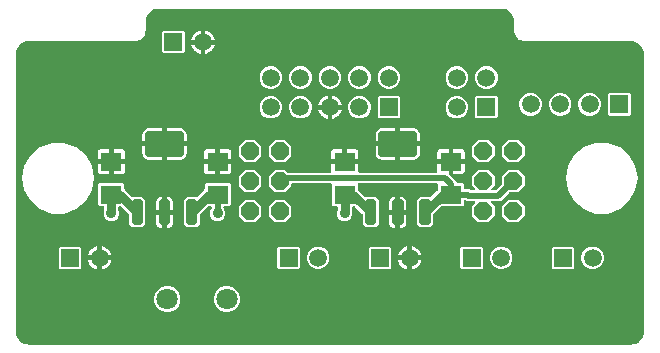
<source format=gbr>
G04 EAGLE Gerber RS-274X export*
G75*
%MOMM*%
%FSLAX34Y34*%
%LPD*%
%INTop Copper*%
%IPPOS*%
%AMOC8*
5,1,8,0,0,1.08239X$1,22.5*%
G01*
%ADD10R,1.508000X1.508000*%
%ADD11C,1.508000*%
%ADD12C,0.484500*%
%ADD13C,0.645000*%
%ADD14R,1.800000X1.600000*%
%ADD15P,1.649562X8X292.500000*%
%ADD16C,1.800000*%
%ADD17C,0.800000*%
%ADD18C,0.906400*%
%ADD19C,0.500000*%

G36*
X255046Y4007D02*
X255046Y4007D01*
X255087Y4005D01*
X256824Y4157D01*
X256918Y4178D01*
X256995Y4187D01*
X258679Y4638D01*
X258768Y4676D01*
X258843Y4697D01*
X260422Y5434D01*
X260503Y5487D01*
X260573Y5521D01*
X262001Y6521D01*
X262072Y6587D01*
X262134Y6633D01*
X263367Y7866D01*
X263425Y7943D01*
X263479Y7999D01*
X264479Y9427D01*
X264518Y9505D01*
X264563Y9572D01*
X264563Y9573D01*
X264566Y9578D01*
X265029Y10571D01*
X265029Y10572D01*
X265303Y11158D01*
X265331Y11250D01*
X265362Y11321D01*
X265813Y13005D01*
X265825Y13101D01*
X265844Y13176D01*
X265995Y14913D01*
X265993Y14959D01*
X265999Y15000D01*
X265999Y250000D01*
X265993Y250046D01*
X265995Y250087D01*
X265844Y251824D01*
X265822Y251918D01*
X265813Y251995D01*
X265362Y253679D01*
X265324Y253768D01*
X265303Y253843D01*
X264566Y255422D01*
X264513Y255503D01*
X264479Y255573D01*
X263479Y257001D01*
X263413Y257072D01*
X263367Y257134D01*
X262134Y258367D01*
X262057Y258425D01*
X262001Y258479D01*
X260573Y259479D01*
X260487Y259523D01*
X260422Y259566D01*
X258843Y260303D01*
X258750Y260331D01*
X258679Y260362D01*
X256995Y260813D01*
X256899Y260825D01*
X256824Y260844D01*
X255087Y260995D01*
X255041Y260993D01*
X255000Y260999D01*
X165044Y260999D01*
X163438Y261140D01*
X161923Y261546D01*
X160502Y262208D01*
X159217Y263108D01*
X158108Y264217D01*
X157208Y265502D01*
X156546Y266923D01*
X156140Y268438D01*
X155999Y270044D01*
X155999Y277500D01*
X155993Y277546D01*
X155995Y277587D01*
X155844Y279324D01*
X155822Y279418D01*
X155813Y279495D01*
X155362Y281179D01*
X155324Y281268D01*
X155303Y281343D01*
X154566Y282922D01*
X154513Y283003D01*
X154479Y283073D01*
X153479Y284501D01*
X153413Y284572D01*
X153367Y284634D01*
X152134Y285867D01*
X152057Y285925D01*
X152001Y285979D01*
X150573Y286979D01*
X150487Y287023D01*
X150422Y287066D01*
X148843Y287803D01*
X148750Y287831D01*
X148679Y287862D01*
X146995Y288313D01*
X146899Y288325D01*
X146824Y288344D01*
X145087Y288495D01*
X145041Y288493D01*
X145000Y288499D01*
X-145000Y288499D01*
X-145046Y288493D01*
X-145087Y288495D01*
X-146824Y288344D01*
X-146918Y288322D01*
X-146995Y288313D01*
X-148679Y287862D01*
X-148768Y287824D01*
X-148843Y287803D01*
X-150422Y287066D01*
X-150503Y287013D01*
X-150573Y286979D01*
X-152001Y285979D01*
X-152072Y285913D01*
X-152134Y285867D01*
X-153367Y284634D01*
X-153425Y284557D01*
X-153479Y284501D01*
X-154479Y283073D01*
X-154523Y282987D01*
X-154566Y282922D01*
X-154895Y282216D01*
X-155303Y281343D01*
X-155331Y281250D01*
X-155362Y281179D01*
X-155813Y279495D01*
X-155825Y279399D01*
X-155844Y279324D01*
X-155995Y277587D01*
X-155993Y277541D01*
X-155999Y277500D01*
X-155999Y270044D01*
X-156140Y268438D01*
X-156546Y266923D01*
X-156870Y266228D01*
X-157208Y265502D01*
X-158108Y264217D01*
X-159217Y263108D01*
X-160502Y262208D01*
X-161923Y261546D01*
X-163438Y261140D01*
X-165044Y260999D01*
X-255000Y260999D01*
X-255046Y260993D01*
X-255087Y260995D01*
X-256824Y260844D01*
X-256918Y260822D01*
X-256995Y260813D01*
X-258679Y260362D01*
X-258768Y260324D01*
X-258843Y260303D01*
X-260422Y259566D01*
X-260503Y259513D01*
X-260573Y259479D01*
X-262001Y258479D01*
X-262072Y258413D01*
X-262134Y258367D01*
X-263367Y257134D01*
X-263425Y257057D01*
X-263479Y257001D01*
X-264479Y255573D01*
X-264523Y255487D01*
X-264566Y255422D01*
X-264653Y255237D01*
X-264653Y255236D01*
X-265118Y254237D01*
X-265119Y254237D01*
X-265303Y253843D01*
X-265331Y253750D01*
X-265362Y253679D01*
X-265813Y251995D01*
X-265825Y251899D01*
X-265844Y251824D01*
X-265995Y250087D01*
X-265993Y250041D01*
X-265999Y250000D01*
X-265999Y15000D01*
X-265993Y14954D01*
X-265995Y14913D01*
X-265844Y13176D01*
X-265822Y13082D01*
X-265813Y13005D01*
X-265362Y11321D01*
X-265324Y11232D01*
X-265303Y11158D01*
X-264566Y9578D01*
X-264513Y9497D01*
X-264479Y9427D01*
X-263479Y7999D01*
X-263413Y7928D01*
X-263367Y7866D01*
X-262134Y6633D01*
X-262057Y6575D01*
X-262001Y6521D01*
X-260573Y5521D01*
X-260487Y5477D01*
X-260422Y5434D01*
X-258843Y4697D01*
X-258750Y4669D01*
X-258679Y4638D01*
X-256995Y4187D01*
X-256899Y4175D01*
X-256824Y4157D01*
X-255087Y4005D01*
X-255041Y4007D01*
X-255000Y4001D01*
X255000Y4001D01*
X255046Y4007D01*
G37*
%LPC*%
G36*
X30340Y103249D02*
X30340Y103249D01*
X27749Y105840D01*
X27749Y113851D01*
X27736Y113945D01*
X27731Y114042D01*
X27716Y114085D01*
X27709Y114130D01*
X27670Y114217D01*
X27638Y114308D01*
X27613Y114343D01*
X27593Y114387D01*
X27510Y114484D01*
X27457Y114557D01*
X21307Y120707D01*
X21230Y120764D01*
X21159Y120829D01*
X21118Y120849D01*
X21082Y120876D01*
X20992Y120910D01*
X20905Y120952D01*
X20863Y120958D01*
X20818Y120975D01*
X20690Y120985D01*
X20601Y120999D01*
X19500Y120999D01*
X19436Y120990D01*
X19372Y120991D01*
X19297Y120970D01*
X19221Y120959D01*
X19162Y120933D01*
X19100Y120916D01*
X19034Y120875D01*
X18964Y120843D01*
X18915Y120801D01*
X18860Y120768D01*
X18808Y120710D01*
X18750Y120660D01*
X18714Y120606D01*
X18671Y120558D01*
X18638Y120489D01*
X18595Y120424D01*
X18576Y120362D01*
X18548Y120305D01*
X18537Y120235D01*
X18513Y120154D01*
X18512Y120069D01*
X18501Y120000D01*
X18501Y117783D01*
X18507Y117741D01*
X18504Y117700D01*
X18524Y117616D01*
X18541Y117503D01*
X18565Y117450D01*
X18577Y117400D01*
X19033Y116299D01*
X19033Y113701D01*
X18038Y111299D01*
X16201Y109462D01*
X13799Y108467D01*
X11201Y108467D01*
X8799Y109462D01*
X6962Y111299D01*
X5967Y113701D01*
X5967Y116299D01*
X6423Y117400D01*
X6434Y117441D01*
X6452Y117478D01*
X6465Y117563D01*
X6493Y117673D01*
X6491Y117732D01*
X6499Y117783D01*
X6499Y120000D01*
X6490Y120064D01*
X6491Y120128D01*
X6470Y120203D01*
X6459Y120279D01*
X6433Y120338D01*
X6416Y120400D01*
X6375Y120466D01*
X6343Y120536D01*
X6301Y120585D01*
X6268Y120640D01*
X6210Y120692D01*
X6160Y120750D01*
X6106Y120786D01*
X6058Y120829D01*
X5989Y120862D01*
X5924Y120905D01*
X5862Y120924D01*
X5805Y120952D01*
X5735Y120963D01*
X5654Y120987D01*
X5569Y120988D01*
X5500Y120999D01*
X2671Y120999D01*
X1499Y122171D01*
X1499Y139500D01*
X1490Y139564D01*
X1491Y139628D01*
X1470Y139703D01*
X1459Y139779D01*
X1433Y139838D01*
X1416Y139900D01*
X1375Y139966D01*
X1343Y140036D01*
X1301Y140085D01*
X1268Y140140D01*
X1210Y140192D01*
X1160Y140250D01*
X1106Y140286D01*
X1058Y140329D01*
X989Y140362D01*
X924Y140405D01*
X862Y140424D01*
X805Y140452D01*
X735Y140463D01*
X654Y140487D01*
X569Y140488D01*
X500Y140499D01*
X-31680Y140499D01*
X-31744Y140490D01*
X-31808Y140491D01*
X-31883Y140470D01*
X-31959Y140459D01*
X-32018Y140433D01*
X-32080Y140416D01*
X-32146Y140375D01*
X-32216Y140343D01*
X-32265Y140301D01*
X-32320Y140268D01*
X-32372Y140210D01*
X-32430Y140160D01*
X-32466Y140106D01*
X-32509Y140058D01*
X-32542Y139989D01*
X-32585Y139924D01*
X-32604Y139862D01*
X-32632Y139805D01*
X-32643Y139735D01*
X-32667Y139654D01*
X-32668Y139569D01*
X-32679Y139500D01*
X-32679Y138515D01*
X-38315Y132879D01*
X-46285Y132879D01*
X-51921Y138515D01*
X-51921Y146485D01*
X-46285Y152121D01*
X-38315Y152121D01*
X-35988Y149793D01*
X-35911Y149736D01*
X-35839Y149671D01*
X-35798Y149651D01*
X-35762Y149624D01*
X-35672Y149590D01*
X-35586Y149548D01*
X-35544Y149542D01*
X-35498Y149525D01*
X-35371Y149515D01*
X-35281Y149501D01*
X-31Y149501D01*
X23Y149508D01*
X76Y149507D01*
X162Y149528D01*
X248Y149541D01*
X297Y149563D01*
X350Y149576D01*
X425Y149621D01*
X505Y149657D01*
X546Y149692D01*
X593Y149719D01*
X653Y149783D01*
X720Y149840D01*
X749Y149885D01*
X786Y149925D01*
X826Y150003D01*
X874Y150076D01*
X890Y150128D01*
X914Y150176D01*
X931Y150262D01*
X956Y150346D01*
X957Y150400D01*
X967Y150453D01*
X959Y150530D01*
X959Y150532D01*
X959Y150534D01*
X959Y150560D01*
X960Y150628D01*
X959Y150631D01*
X959Y157001D01*
X11500Y157001D01*
X11564Y157010D01*
X11628Y157009D01*
X11702Y157030D01*
X11779Y157041D01*
X11838Y157067D01*
X11900Y157084D01*
X11966Y157125D01*
X12036Y157157D01*
X12085Y157199D01*
X12140Y157232D01*
X12191Y157290D01*
X12250Y157340D01*
X12286Y157394D01*
X12329Y157442D01*
X12362Y157511D01*
X12405Y157576D01*
X12424Y157638D01*
X12452Y157695D01*
X12462Y157765D01*
X12487Y157846D01*
X12488Y157931D01*
X12499Y158000D01*
X12499Y159001D01*
X12501Y159001D01*
X12501Y158000D01*
X12510Y157936D01*
X12509Y157872D01*
X12530Y157797D01*
X12541Y157721D01*
X12567Y157662D01*
X12584Y157600D01*
X12625Y157534D01*
X12657Y157464D01*
X12699Y157415D01*
X12732Y157360D01*
X12790Y157308D01*
X12840Y157250D01*
X12894Y157214D01*
X12942Y157171D01*
X13011Y157138D01*
X13076Y157095D01*
X13138Y157076D01*
X13196Y157048D01*
X13265Y157038D01*
X13346Y157013D01*
X13431Y157012D01*
X13500Y157001D01*
X24041Y157001D01*
X24041Y150553D01*
X24032Y150479D01*
X24041Y150426D01*
X24040Y150372D01*
X24063Y150287D01*
X24077Y150201D01*
X24101Y150152D01*
X24115Y150100D01*
X24161Y150026D01*
X24199Y149946D01*
X24235Y149906D01*
X24263Y149860D01*
X24328Y149801D01*
X24387Y149736D01*
X24432Y149707D01*
X24472Y149671D01*
X24551Y149633D01*
X24626Y149586D01*
X24678Y149572D01*
X24726Y149548D01*
X24803Y149536D01*
X24897Y149510D01*
X24970Y149510D01*
X25031Y149501D01*
X89969Y149501D01*
X90023Y149508D01*
X90076Y149507D01*
X90162Y149528D01*
X90248Y149541D01*
X90297Y149563D01*
X90350Y149576D01*
X90425Y149621D01*
X90505Y149657D01*
X90546Y149692D01*
X90593Y149719D01*
X90653Y149783D01*
X90720Y149840D01*
X90749Y149885D01*
X90786Y149925D01*
X90826Y150003D01*
X90874Y150076D01*
X90890Y150128D01*
X90914Y150176D01*
X90931Y150262D01*
X90956Y150346D01*
X90957Y150400D01*
X90967Y150453D01*
X90959Y150530D01*
X90959Y150532D01*
X90959Y150534D01*
X90959Y150560D01*
X90960Y150628D01*
X90959Y150631D01*
X90959Y157001D01*
X100501Y157001D01*
X100501Y148778D01*
X100514Y148683D01*
X100519Y148587D01*
X100534Y148544D01*
X100541Y148499D01*
X100580Y148411D01*
X100612Y148320D01*
X100637Y148286D01*
X100657Y148242D01*
X100740Y148145D01*
X100793Y148071D01*
X104072Y144793D01*
X107015Y141850D01*
X107030Y141797D01*
X107041Y141721D01*
X107067Y141662D01*
X107084Y141600D01*
X107125Y141534D01*
X107157Y141464D01*
X107199Y141415D01*
X107232Y141360D01*
X107290Y141308D01*
X107340Y141250D01*
X107394Y141214D01*
X107442Y141171D01*
X107511Y141138D01*
X107576Y141095D01*
X107638Y141076D01*
X107695Y141048D01*
X107765Y141037D01*
X107846Y141013D01*
X107931Y141012D01*
X108000Y141001D01*
X112329Y141001D01*
X113501Y139829D01*
X113501Y136500D01*
X113510Y136436D01*
X113509Y136372D01*
X113530Y136297D01*
X113541Y136221D01*
X113567Y136162D01*
X113584Y136100D01*
X113625Y136034D01*
X113657Y135964D01*
X113699Y135915D01*
X113732Y135860D01*
X113790Y135808D01*
X113840Y135750D01*
X113894Y135714D01*
X113942Y135671D01*
X114011Y135638D01*
X114076Y135595D01*
X114138Y135576D01*
X114195Y135548D01*
X114265Y135537D01*
X114346Y135513D01*
X114431Y135512D01*
X114500Y135501D01*
X118364Y135501D01*
X119072Y134793D01*
X119148Y134736D01*
X119220Y134671D01*
X119261Y134651D01*
X119297Y134624D01*
X119387Y134590D01*
X119474Y134548D01*
X119516Y134542D01*
X119561Y134525D01*
X119689Y134515D01*
X119778Y134501D01*
X121781Y134501D01*
X121813Y134505D01*
X121845Y134503D01*
X121952Y134525D01*
X122060Y134541D01*
X122090Y134554D01*
X122121Y134560D01*
X122218Y134612D01*
X122317Y134657D01*
X122342Y134678D01*
X122370Y134693D01*
X122448Y134769D01*
X122532Y134840D01*
X122549Y134867D01*
X122572Y134890D01*
X122626Y134985D01*
X122686Y135076D01*
X122695Y135107D01*
X122711Y135135D01*
X122737Y135241D01*
X122768Y135346D01*
X122769Y135378D01*
X122776Y135409D01*
X122771Y135519D01*
X122772Y135628D01*
X122764Y135659D01*
X122762Y135691D01*
X122726Y135794D01*
X122697Y135900D01*
X122680Y135927D01*
X122669Y135958D01*
X122616Y136031D01*
X122549Y136140D01*
X122513Y136172D01*
X122488Y136207D01*
X120179Y138515D01*
X120179Y146485D01*
X125815Y152121D01*
X133785Y152121D01*
X139421Y146485D01*
X139421Y138515D01*
X137112Y136207D01*
X137093Y136181D01*
X137068Y136160D01*
X137008Y136068D01*
X136943Y135981D01*
X136932Y135951D01*
X136914Y135924D01*
X136882Y135819D01*
X136843Y135717D01*
X136841Y135685D01*
X136832Y135654D01*
X136830Y135545D01*
X136822Y135436D01*
X136828Y135404D01*
X136828Y135372D01*
X136857Y135267D01*
X136879Y135160D01*
X136894Y135131D01*
X136903Y135100D01*
X136960Y135007D01*
X137012Y134911D01*
X137034Y134888D01*
X137051Y134860D01*
X137132Y134787D01*
X137209Y134709D01*
X137237Y134693D01*
X137260Y134671D01*
X137359Y134624D01*
X137454Y134570D01*
X137485Y134562D01*
X137514Y134548D01*
X137604Y134534D01*
X137728Y134505D01*
X137777Y134507D01*
X137819Y134501D01*
X140422Y134501D01*
X140517Y134514D01*
X140613Y134519D01*
X140656Y134534D01*
X140701Y134541D01*
X140789Y134580D01*
X140879Y134612D01*
X140914Y134637D01*
X140958Y134657D01*
X141055Y134740D01*
X141128Y134793D01*
X145287Y138952D01*
X145344Y139028D01*
X145409Y139100D01*
X145429Y139141D01*
X145456Y139177D01*
X145490Y139267D01*
X145532Y139354D01*
X145538Y139396D01*
X145555Y139441D01*
X145565Y139569D01*
X145579Y139658D01*
X145579Y146485D01*
X151215Y152121D01*
X159185Y152121D01*
X164821Y146485D01*
X164821Y138515D01*
X159185Y132879D01*
X152358Y132879D01*
X152263Y132866D01*
X152167Y132861D01*
X152124Y132846D01*
X152079Y132839D01*
X151991Y132800D01*
X151901Y132768D01*
X151866Y132743D01*
X151822Y132723D01*
X151725Y132640D01*
X151652Y132587D01*
X144564Y125499D01*
X137419Y125499D01*
X137387Y125495D01*
X137355Y125497D01*
X137248Y125475D01*
X137140Y125459D01*
X137110Y125446D01*
X137079Y125440D01*
X136982Y125388D01*
X136883Y125343D01*
X136858Y125322D01*
X136830Y125307D01*
X136752Y125231D01*
X136668Y125160D01*
X136651Y125133D01*
X136628Y125110D01*
X136574Y125015D01*
X136514Y124924D01*
X136505Y124893D01*
X136489Y124865D01*
X136463Y124759D01*
X136432Y124654D01*
X136431Y124622D01*
X136424Y124591D01*
X136429Y124481D01*
X136428Y124372D01*
X136436Y124341D01*
X136438Y124309D01*
X136474Y124206D01*
X136503Y124100D01*
X136520Y124073D01*
X136531Y124042D01*
X136584Y123969D01*
X136651Y123860D01*
X136687Y123828D01*
X136712Y123793D01*
X139421Y121085D01*
X139421Y113115D01*
X133785Y107479D01*
X125815Y107479D01*
X120179Y113115D01*
X120179Y121085D01*
X122888Y123793D01*
X122907Y123819D01*
X122932Y123840D01*
X122991Y123932D01*
X123057Y124019D01*
X123068Y124049D01*
X123086Y124076D01*
X123118Y124181D01*
X123157Y124283D01*
X123159Y124315D01*
X123168Y124346D01*
X123170Y124455D01*
X123178Y124564D01*
X123172Y124596D01*
X123172Y124628D01*
X123143Y124733D01*
X123121Y124840D01*
X123106Y124869D01*
X123097Y124900D01*
X123040Y124993D01*
X122988Y125089D01*
X122966Y125112D01*
X122949Y125140D01*
X122868Y125213D01*
X122791Y125291D01*
X122763Y125307D01*
X122740Y125329D01*
X122641Y125376D01*
X122546Y125430D01*
X122515Y125438D01*
X122486Y125452D01*
X122396Y125466D01*
X122272Y125495D01*
X122223Y125493D01*
X122181Y125499D01*
X115636Y125499D01*
X115207Y125928D01*
X115181Y125948D01*
X115160Y125972D01*
X115068Y126032D01*
X114981Y126098D01*
X114951Y126109D01*
X114924Y126127D01*
X114819Y126159D01*
X114717Y126197D01*
X114685Y126200D01*
X114654Y126209D01*
X114545Y126211D01*
X114436Y126219D01*
X114404Y126212D01*
X114372Y126213D01*
X114267Y126184D01*
X114160Y126161D01*
X114131Y126146D01*
X114100Y126138D01*
X114007Y126080D01*
X113911Y126029D01*
X113888Y126007D01*
X113860Y125990D01*
X113787Y125908D01*
X113709Y125832D01*
X113693Y125804D01*
X113671Y125780D01*
X113624Y125682D01*
X113570Y125587D01*
X113562Y125555D01*
X113548Y125526D01*
X113534Y125437D01*
X113505Y125312D01*
X113507Y125264D01*
X113501Y125222D01*
X113501Y122171D01*
X112329Y120999D01*
X94399Y120999D01*
X94305Y120986D01*
X94208Y120981D01*
X94165Y120966D01*
X94120Y120959D01*
X94033Y120920D01*
X93942Y120888D01*
X93907Y120863D01*
X93863Y120843D01*
X93766Y120760D01*
X93693Y120707D01*
X87543Y114557D01*
X87486Y114480D01*
X87421Y114409D01*
X87401Y114368D01*
X87374Y114332D01*
X87340Y114242D01*
X87298Y114155D01*
X87292Y114113D01*
X87275Y114068D01*
X87265Y113940D01*
X87251Y113851D01*
X87251Y105840D01*
X84660Y103249D01*
X76340Y103249D01*
X73749Y105840D01*
X73749Y126160D01*
X76340Y128751D01*
X84351Y128751D01*
X84445Y128764D01*
X84542Y128769D01*
X84585Y128784D01*
X84630Y128791D01*
X84717Y128830D01*
X84808Y128862D01*
X84843Y128887D01*
X84887Y128907D01*
X84984Y128990D01*
X85057Y129043D01*
X90272Y134259D01*
X91207Y135193D01*
X91231Y135225D01*
X91250Y135242D01*
X91280Y135287D01*
X91329Y135341D01*
X91349Y135382D01*
X91376Y135418D01*
X91389Y135454D01*
X91405Y135478D01*
X91422Y135533D01*
X91452Y135595D01*
X91458Y135637D01*
X91475Y135682D01*
X91478Y135718D01*
X91487Y135748D01*
X91488Y135830D01*
X91499Y135899D01*
X91499Y139500D01*
X91490Y139564D01*
X91491Y139628D01*
X91470Y139703D01*
X91459Y139779D01*
X91433Y139838D01*
X91416Y139900D01*
X91375Y139966D01*
X91343Y140036D01*
X91301Y140085D01*
X91268Y140140D01*
X91210Y140192D01*
X91160Y140250D01*
X91106Y140286D01*
X91058Y140329D01*
X90989Y140362D01*
X90924Y140405D01*
X90862Y140424D01*
X90805Y140452D01*
X90735Y140463D01*
X90654Y140487D01*
X90569Y140488D01*
X90500Y140499D01*
X24500Y140499D01*
X24436Y140490D01*
X24372Y140491D01*
X24297Y140470D01*
X24221Y140459D01*
X24162Y140433D01*
X24100Y140416D01*
X24034Y140375D01*
X23964Y140343D01*
X23915Y140301D01*
X23860Y140268D01*
X23808Y140210D01*
X23750Y140160D01*
X23714Y140106D01*
X23671Y140058D01*
X23638Y139989D01*
X23595Y139924D01*
X23576Y139862D01*
X23548Y139805D01*
X23537Y139735D01*
X23513Y139654D01*
X23512Y139569D01*
X23501Y139500D01*
X23501Y135899D01*
X23510Y135836D01*
X23509Y135774D01*
X23517Y135743D01*
X23519Y135708D01*
X23534Y135665D01*
X23541Y135620D01*
X23569Y135558D01*
X23584Y135502D01*
X23599Y135477D01*
X23612Y135442D01*
X23637Y135407D01*
X23657Y135363D01*
X23704Y135309D01*
X23732Y135262D01*
X23763Y135234D01*
X23793Y135193D01*
X29943Y129043D01*
X30020Y128986D01*
X30091Y128921D01*
X30132Y128901D01*
X30168Y128874D01*
X30258Y128840D01*
X30345Y128798D01*
X30387Y128792D01*
X30432Y128775D01*
X30560Y128765D01*
X30649Y128751D01*
X38660Y128751D01*
X41251Y126160D01*
X41251Y105840D01*
X38660Y103249D01*
X30340Y103249D01*
G37*
%LPD*%
%LPC*%
G36*
X224706Y114978D02*
X224706Y114978D01*
X214757Y118599D01*
X206647Y125404D01*
X201353Y134573D01*
X199515Y145000D01*
X201353Y155427D01*
X206647Y164596D01*
X214757Y171401D01*
X224706Y175022D01*
X235294Y175022D01*
X245243Y171401D01*
X253353Y164596D01*
X258647Y155427D01*
X260485Y145000D01*
X258647Y134573D01*
X253353Y125404D01*
X245243Y118599D01*
X235294Y114978D01*
X224706Y114978D01*
G37*
%LPD*%
%LPC*%
G36*
X-235294Y114978D02*
X-235294Y114978D01*
X-245243Y118599D01*
X-253353Y125404D01*
X-258647Y134573D01*
X-260485Y145000D01*
X-258647Y155427D01*
X-253353Y164596D01*
X-245243Y171401D01*
X-235294Y175022D01*
X-224706Y175022D01*
X-214757Y171401D01*
X-206647Y164596D01*
X-201353Y155427D01*
X-199515Y145000D01*
X-201353Y134573D01*
X-206647Y125404D01*
X-214757Y118599D01*
X-224706Y114978D01*
X-235294Y114978D01*
G37*
%LPD*%
%LPC*%
G36*
X-167160Y103249D02*
X-167160Y103249D01*
X-169751Y105840D01*
X-169751Y113851D01*
X-169764Y113945D01*
X-169769Y114042D01*
X-169784Y114085D01*
X-169791Y114130D01*
X-169830Y114217D01*
X-169862Y114308D01*
X-169887Y114343D01*
X-169907Y114387D01*
X-169990Y114484D01*
X-170043Y114557D01*
X-176193Y120707D01*
X-176270Y120764D01*
X-176341Y120829D01*
X-176382Y120849D01*
X-176418Y120876D01*
X-176509Y120910D01*
X-176595Y120952D01*
X-176637Y120958D01*
X-176682Y120975D01*
X-176810Y120985D01*
X-176899Y120999D01*
X-178000Y120999D01*
X-178064Y120990D01*
X-178128Y120991D01*
X-178203Y120970D01*
X-178279Y120959D01*
X-178338Y120933D01*
X-178400Y120916D01*
X-178466Y120875D01*
X-178536Y120843D01*
X-178585Y120801D01*
X-178640Y120768D01*
X-178692Y120710D01*
X-178750Y120660D01*
X-178786Y120606D01*
X-178829Y120558D01*
X-178862Y120489D01*
X-178905Y120424D01*
X-178924Y120362D01*
X-178952Y120305D01*
X-178963Y120235D01*
X-178987Y120154D01*
X-178988Y120069D01*
X-178999Y120000D01*
X-178999Y117783D01*
X-178993Y117741D01*
X-178996Y117700D01*
X-178976Y117616D01*
X-178959Y117503D01*
X-178935Y117450D01*
X-178923Y117400D01*
X-178467Y116299D01*
X-178467Y113701D01*
X-179462Y111299D01*
X-181299Y109462D01*
X-183701Y108467D01*
X-186299Y108467D01*
X-188701Y109462D01*
X-190538Y111299D01*
X-191533Y113701D01*
X-191533Y116299D01*
X-191077Y117400D01*
X-191066Y117441D01*
X-191048Y117478D01*
X-191035Y117563D01*
X-191007Y117673D01*
X-191009Y117732D01*
X-191001Y117783D01*
X-191001Y120000D01*
X-191010Y120064D01*
X-191009Y120128D01*
X-191030Y120203D01*
X-191041Y120279D01*
X-191067Y120338D01*
X-191084Y120400D01*
X-191125Y120466D01*
X-191157Y120536D01*
X-191199Y120585D01*
X-191232Y120640D01*
X-191290Y120692D01*
X-191340Y120750D01*
X-191394Y120786D01*
X-191442Y120829D01*
X-191511Y120862D01*
X-191576Y120905D01*
X-191638Y120924D01*
X-191695Y120952D01*
X-191765Y120963D01*
X-191846Y120987D01*
X-191931Y120988D01*
X-192000Y120999D01*
X-194829Y120999D01*
X-196001Y122171D01*
X-196001Y139829D01*
X-194829Y141001D01*
X-175171Y141001D01*
X-173999Y139829D01*
X-173999Y135899D01*
X-173990Y135836D01*
X-173991Y135774D01*
X-173983Y135743D01*
X-173981Y135708D01*
X-173966Y135665D01*
X-173959Y135620D01*
X-173931Y135558D01*
X-173916Y135502D01*
X-173901Y135477D01*
X-173888Y135442D01*
X-173863Y135407D01*
X-173843Y135363D01*
X-173797Y135309D01*
X-173768Y135262D01*
X-173736Y135234D01*
X-173707Y135193D01*
X-167557Y129043D01*
X-167480Y128986D01*
X-167409Y128921D01*
X-167368Y128901D01*
X-167332Y128874D01*
X-167241Y128840D01*
X-167155Y128798D01*
X-167113Y128792D01*
X-167068Y128775D01*
X-166940Y128765D01*
X-166851Y128751D01*
X-158840Y128751D01*
X-156249Y126160D01*
X-156249Y105840D01*
X-158840Y103249D01*
X-167160Y103249D01*
G37*
%LPD*%
%LPC*%
G36*
X-121160Y103249D02*
X-121160Y103249D01*
X-123751Y105840D01*
X-123751Y126160D01*
X-121160Y128751D01*
X-113149Y128751D01*
X-113055Y128764D01*
X-112958Y128769D01*
X-112915Y128784D01*
X-112870Y128791D01*
X-112783Y128830D01*
X-112692Y128862D01*
X-112657Y128887D01*
X-112613Y128907D01*
X-112516Y128990D01*
X-112443Y129043D01*
X-106293Y135193D01*
X-106269Y135225D01*
X-106250Y135242D01*
X-106220Y135288D01*
X-106171Y135341D01*
X-106151Y135382D01*
X-106124Y135418D01*
X-106111Y135454D01*
X-106095Y135478D01*
X-106078Y135533D01*
X-106048Y135595D01*
X-106042Y135637D01*
X-106025Y135682D01*
X-106022Y135718D01*
X-106013Y135748D01*
X-106012Y135830D01*
X-106001Y135899D01*
X-106001Y139829D01*
X-104829Y141001D01*
X-85171Y141001D01*
X-83999Y139829D01*
X-83999Y122171D01*
X-85171Y120999D01*
X-89348Y120999D01*
X-89380Y120995D01*
X-89412Y120997D01*
X-89519Y120975D01*
X-89627Y120959D01*
X-89657Y120946D01*
X-89688Y120940D01*
X-89785Y120888D01*
X-89884Y120843D01*
X-89909Y120822D01*
X-89937Y120807D01*
X-90016Y120731D01*
X-90099Y120660D01*
X-90116Y120633D01*
X-90139Y120610D01*
X-90193Y120516D01*
X-90253Y120424D01*
X-90263Y120393D01*
X-90278Y120365D01*
X-90304Y120259D01*
X-90335Y120154D01*
X-90336Y120122D01*
X-90343Y120091D01*
X-90338Y119981D01*
X-90339Y119872D01*
X-90331Y119841D01*
X-90329Y119809D01*
X-90293Y119706D01*
X-90264Y119600D01*
X-90247Y119573D01*
X-90237Y119542D01*
X-90183Y119469D01*
X-90116Y119360D01*
X-90080Y119328D01*
X-90055Y119293D01*
X-89462Y118701D01*
X-88467Y116299D01*
X-88467Y113701D01*
X-89462Y111299D01*
X-91299Y109462D01*
X-93701Y108467D01*
X-96299Y108467D01*
X-98701Y109462D01*
X-100538Y111299D01*
X-101533Y113701D01*
X-101533Y116299D01*
X-100538Y118701D01*
X-99945Y119293D01*
X-99926Y119319D01*
X-99901Y119340D01*
X-99841Y119432D01*
X-99776Y119519D01*
X-99765Y119549D01*
X-99747Y119576D01*
X-99715Y119681D01*
X-99676Y119783D01*
X-99674Y119815D01*
X-99665Y119846D01*
X-99663Y119955D01*
X-99655Y120064D01*
X-99661Y120096D01*
X-99661Y120128D01*
X-99690Y120233D01*
X-99712Y120340D01*
X-99727Y120369D01*
X-99736Y120400D01*
X-99793Y120493D01*
X-99845Y120589D01*
X-99867Y120612D01*
X-99884Y120640D01*
X-99965Y120713D01*
X-100041Y120791D01*
X-100069Y120807D01*
X-100093Y120829D01*
X-100192Y120876D01*
X-100287Y120930D01*
X-100318Y120938D01*
X-100347Y120952D01*
X-100437Y120966D01*
X-100561Y120995D01*
X-100610Y120993D01*
X-100652Y120999D01*
X-103101Y120999D01*
X-103195Y120986D01*
X-103292Y120981D01*
X-103335Y120966D01*
X-103380Y120959D01*
X-103467Y120920D01*
X-103558Y120888D01*
X-103593Y120863D01*
X-103637Y120843D01*
X-103734Y120760D01*
X-103807Y120707D01*
X-109957Y114557D01*
X-110014Y114480D01*
X-110079Y114409D01*
X-110099Y114368D01*
X-110126Y114332D01*
X-110160Y114241D01*
X-110202Y114155D01*
X-110208Y114113D01*
X-110225Y114068D01*
X-110235Y113940D01*
X-110249Y113851D01*
X-110249Y105840D01*
X-112840Y103249D01*
X-121160Y103249D01*
G37*
%LPD*%
%LPC*%
G36*
X-89688Y31499D02*
X-89688Y31499D01*
X-93731Y33174D01*
X-96826Y36269D01*
X-98501Y40312D01*
X-98501Y44688D01*
X-96826Y48731D01*
X-93731Y51826D01*
X-89688Y53501D01*
X-85312Y53501D01*
X-81269Y51826D01*
X-78174Y48731D01*
X-76499Y44688D01*
X-76499Y40312D01*
X-78174Y36269D01*
X-81269Y33174D01*
X-85312Y31499D01*
X-89688Y31499D01*
G37*
%LPD*%
%LPC*%
G36*
X-139688Y31499D02*
X-139688Y31499D01*
X-143731Y33174D01*
X-146826Y36269D01*
X-148501Y40312D01*
X-148501Y44688D01*
X-146826Y48731D01*
X-143731Y51826D01*
X-139688Y53501D01*
X-135312Y53501D01*
X-131269Y51826D01*
X-128174Y48731D01*
X-126499Y44688D01*
X-126499Y40312D01*
X-128174Y36269D01*
X-131269Y33174D01*
X-135312Y31499D01*
X-139688Y31499D01*
G37*
%LPD*%
%LPC*%
G36*
X-140869Y250459D02*
X-140869Y250459D01*
X-142041Y251631D01*
X-142041Y268369D01*
X-140869Y269541D01*
X-124131Y269541D01*
X-122959Y268369D01*
X-122959Y251631D01*
X-124131Y250459D01*
X-140869Y250459D01*
G37*
%LPD*%
%LPC*%
G36*
X-228369Y67959D02*
X-228369Y67959D01*
X-229541Y69131D01*
X-229541Y85869D01*
X-228369Y87041D01*
X-211631Y87041D01*
X-210459Y85869D01*
X-210459Y69131D01*
X-211631Y67959D01*
X-228369Y67959D01*
G37*
%LPD*%
%LPC*%
G36*
X-43369Y67959D02*
X-43369Y67959D01*
X-44541Y69131D01*
X-44541Y85869D01*
X-43369Y87041D01*
X-26631Y87041D01*
X-25459Y85869D01*
X-25459Y69131D01*
X-26631Y67959D01*
X-43369Y67959D01*
G37*
%LPD*%
%LPC*%
G36*
X111631Y67959D02*
X111631Y67959D01*
X110459Y69131D01*
X110459Y85869D01*
X111631Y87041D01*
X128369Y87041D01*
X129541Y85869D01*
X129541Y69131D01*
X128369Y67959D01*
X111631Y67959D01*
G37*
%LPD*%
%LPC*%
G36*
X236631Y197959D02*
X236631Y197959D01*
X235459Y199131D01*
X235459Y215869D01*
X236631Y217041D01*
X253369Y217041D01*
X254541Y215869D01*
X254541Y199131D01*
X253369Y197959D01*
X236631Y197959D01*
G37*
%LPD*%
%LPC*%
G36*
X34131Y67959D02*
X34131Y67959D01*
X32959Y69131D01*
X32959Y85869D01*
X34131Y87041D01*
X50869Y87041D01*
X52041Y85869D01*
X52041Y69131D01*
X50869Y67959D01*
X34131Y67959D01*
G37*
%LPD*%
%LPC*%
G36*
X189131Y67959D02*
X189131Y67959D01*
X187959Y69131D01*
X187959Y85869D01*
X189131Y87041D01*
X205869Y87041D01*
X207041Y85869D01*
X207041Y69131D01*
X205869Y67959D01*
X189131Y67959D01*
G37*
%LPD*%
%LPC*%
G36*
X124131Y195459D02*
X124131Y195459D01*
X122959Y196631D01*
X122959Y213369D01*
X124131Y214541D01*
X140869Y214541D01*
X142041Y213369D01*
X142041Y196631D01*
X140869Y195459D01*
X124131Y195459D01*
G37*
%LPD*%
%LPC*%
G36*
X41631Y195459D02*
X41631Y195459D01*
X40459Y196631D01*
X40459Y213369D01*
X41631Y214541D01*
X58369Y214541D01*
X59541Y213369D01*
X59541Y196631D01*
X58369Y195459D01*
X41631Y195459D01*
G37*
%LPD*%
%LPC*%
G36*
X-71685Y107479D02*
X-71685Y107479D01*
X-77321Y113115D01*
X-77321Y121085D01*
X-71685Y126721D01*
X-63715Y126721D01*
X-58079Y121085D01*
X-58079Y113115D01*
X-63715Y107479D01*
X-71685Y107479D01*
G37*
%LPD*%
%LPC*%
G36*
X-71685Y132879D02*
X-71685Y132879D01*
X-77321Y138515D01*
X-77321Y146485D01*
X-71685Y152121D01*
X-63715Y152121D01*
X-58079Y146485D01*
X-58079Y138515D01*
X-63715Y132879D01*
X-71685Y132879D01*
G37*
%LPD*%
%LPC*%
G36*
X151215Y158279D02*
X151215Y158279D01*
X145579Y163915D01*
X145579Y171885D01*
X151215Y177521D01*
X159185Y177521D01*
X164821Y171885D01*
X164821Y163915D01*
X159185Y158279D01*
X151215Y158279D01*
G37*
%LPD*%
%LPC*%
G36*
X125815Y158279D02*
X125815Y158279D01*
X120179Y163915D01*
X120179Y171885D01*
X125815Y177521D01*
X133785Y177521D01*
X139421Y171885D01*
X139421Y163915D01*
X133785Y158279D01*
X125815Y158279D01*
G37*
%LPD*%
%LPC*%
G36*
X-46285Y158279D02*
X-46285Y158279D01*
X-51921Y163915D01*
X-51921Y171885D01*
X-46285Y177521D01*
X-38315Y177521D01*
X-32679Y171885D01*
X-32679Y163915D01*
X-38315Y158279D01*
X-46285Y158279D01*
G37*
%LPD*%
%LPC*%
G36*
X-71685Y158279D02*
X-71685Y158279D01*
X-77321Y163915D01*
X-77321Y171885D01*
X-71685Y177521D01*
X-63715Y177521D01*
X-58079Y171885D01*
X-58079Y163915D01*
X-63715Y158279D01*
X-71685Y158279D01*
G37*
%LPD*%
%LPC*%
G36*
X-46285Y107479D02*
X-46285Y107479D01*
X-51921Y113115D01*
X-51921Y121085D01*
X-46285Y126721D01*
X-38315Y126721D01*
X-32679Y121085D01*
X-32679Y113115D01*
X-38315Y107479D01*
X-46285Y107479D01*
G37*
%LPD*%
%LPC*%
G36*
X151215Y107479D02*
X151215Y107479D01*
X145579Y113115D01*
X145579Y121085D01*
X151215Y126721D01*
X159185Y126721D01*
X164821Y121085D01*
X164821Y113115D01*
X159185Y107479D01*
X151215Y107479D01*
G37*
%LPD*%
%LPC*%
G36*
X220602Y67959D02*
X220602Y67959D01*
X217096Y69412D01*
X214412Y72096D01*
X212959Y75602D01*
X212959Y79398D01*
X214412Y82904D01*
X217096Y85588D01*
X220602Y87041D01*
X224398Y87041D01*
X227904Y85588D01*
X230588Y82904D01*
X232041Y79398D01*
X232041Y75602D01*
X230588Y72096D01*
X227904Y69412D01*
X224398Y67959D01*
X220602Y67959D01*
G37*
%LPD*%
%LPC*%
G36*
X-51898Y195459D02*
X-51898Y195459D01*
X-55404Y196912D01*
X-58088Y199596D01*
X-59541Y203102D01*
X-59541Y206898D01*
X-58088Y210404D01*
X-55404Y213088D01*
X-51898Y214541D01*
X-48102Y214541D01*
X-44596Y213088D01*
X-41912Y210404D01*
X-40459Y206898D01*
X-40459Y203102D01*
X-41912Y199596D01*
X-44596Y196912D01*
X-48102Y195459D01*
X-51898Y195459D01*
G37*
%LPD*%
%LPC*%
G36*
X105602Y195459D02*
X105602Y195459D01*
X102096Y196912D01*
X99412Y199596D01*
X97959Y203102D01*
X97959Y206898D01*
X99412Y210404D01*
X102096Y213088D01*
X105602Y214541D01*
X109398Y214541D01*
X112904Y213088D01*
X115588Y210404D01*
X117041Y206898D01*
X117041Y203102D01*
X115588Y199596D01*
X112904Y196912D01*
X109398Y195459D01*
X105602Y195459D01*
G37*
%LPD*%
%LPC*%
G36*
X23102Y195459D02*
X23102Y195459D01*
X19596Y196912D01*
X16912Y199596D01*
X15459Y203102D01*
X15459Y206898D01*
X16912Y210404D01*
X19596Y213088D01*
X23102Y214541D01*
X26898Y214541D01*
X30404Y213088D01*
X33088Y210404D01*
X34541Y206898D01*
X34541Y203102D01*
X33088Y199596D01*
X30404Y196912D01*
X26898Y195459D01*
X23102Y195459D01*
G37*
%LPD*%
%LPC*%
G36*
X-26898Y195459D02*
X-26898Y195459D01*
X-30404Y196912D01*
X-33088Y199596D01*
X-34541Y203102D01*
X-34541Y206898D01*
X-33088Y210404D01*
X-30404Y213088D01*
X-26898Y214541D01*
X-23102Y214541D01*
X-19596Y213088D01*
X-16912Y210404D01*
X-15459Y206898D01*
X-15459Y203102D01*
X-16912Y199596D01*
X-19596Y196912D01*
X-23102Y195459D01*
X-26898Y195459D01*
G37*
%LPD*%
%LPC*%
G36*
X143102Y67959D02*
X143102Y67959D01*
X139596Y69412D01*
X136912Y72096D01*
X135459Y75602D01*
X135459Y79398D01*
X136912Y82904D01*
X139596Y85588D01*
X143102Y87041D01*
X146898Y87041D01*
X150404Y85588D01*
X153088Y82904D01*
X154541Y79398D01*
X154541Y75602D01*
X153088Y72096D01*
X150404Y69412D01*
X146898Y67959D01*
X143102Y67959D01*
G37*
%LPD*%
%LPC*%
G36*
X48102Y220459D02*
X48102Y220459D01*
X44596Y221912D01*
X41912Y224596D01*
X40459Y228102D01*
X40459Y231898D01*
X41912Y235404D01*
X44596Y238088D01*
X48102Y239541D01*
X51898Y239541D01*
X55404Y238088D01*
X58088Y235404D01*
X59541Y231898D01*
X59541Y228102D01*
X58088Y224596D01*
X55404Y221912D01*
X51898Y220459D01*
X48102Y220459D01*
G37*
%LPD*%
%LPC*%
G36*
X23102Y220459D02*
X23102Y220459D01*
X19596Y221912D01*
X16912Y224596D01*
X15459Y228102D01*
X15459Y231898D01*
X16912Y235404D01*
X19596Y238088D01*
X23102Y239541D01*
X26898Y239541D01*
X30404Y238088D01*
X33088Y235404D01*
X34541Y231898D01*
X34541Y228102D01*
X33088Y224596D01*
X30404Y221912D01*
X26898Y220459D01*
X23102Y220459D01*
G37*
%LPD*%
%LPC*%
G36*
X130602Y220459D02*
X130602Y220459D01*
X127096Y221912D01*
X124412Y224596D01*
X122959Y228102D01*
X122959Y231898D01*
X124412Y235404D01*
X127096Y238088D01*
X130602Y239541D01*
X134398Y239541D01*
X137904Y238088D01*
X140588Y235404D01*
X142041Y231898D01*
X142041Y228102D01*
X140588Y224596D01*
X137904Y221912D01*
X134398Y220459D01*
X130602Y220459D01*
G37*
%LPD*%
%LPC*%
G36*
X105602Y220459D02*
X105602Y220459D01*
X102096Y221912D01*
X99412Y224596D01*
X97959Y228102D01*
X97959Y231898D01*
X99412Y235404D01*
X102096Y238088D01*
X105602Y239541D01*
X109398Y239541D01*
X112904Y238088D01*
X115588Y235404D01*
X117041Y231898D01*
X117041Y228102D01*
X115588Y224596D01*
X112904Y221912D01*
X109398Y220459D01*
X105602Y220459D01*
G37*
%LPD*%
%LPC*%
G36*
X-51898Y220459D02*
X-51898Y220459D01*
X-55404Y221912D01*
X-58088Y224596D01*
X-59541Y228102D01*
X-59541Y231898D01*
X-58088Y235404D01*
X-55404Y238088D01*
X-51898Y239541D01*
X-48102Y239541D01*
X-44596Y238088D01*
X-41912Y235404D01*
X-40459Y231898D01*
X-40459Y228102D01*
X-41912Y224596D01*
X-44596Y221912D01*
X-48102Y220459D01*
X-51898Y220459D01*
G37*
%LPD*%
%LPC*%
G36*
X218102Y197959D02*
X218102Y197959D01*
X214596Y199412D01*
X211912Y202096D01*
X210459Y205602D01*
X210459Y209398D01*
X211912Y212904D01*
X214596Y215588D01*
X218102Y217041D01*
X221898Y217041D01*
X225404Y215588D01*
X228088Y212904D01*
X229541Y209398D01*
X229541Y205602D01*
X228088Y202096D01*
X225404Y199412D01*
X221898Y197959D01*
X218102Y197959D01*
G37*
%LPD*%
%LPC*%
G36*
X193102Y197959D02*
X193102Y197959D01*
X189596Y199412D01*
X186912Y202096D01*
X185459Y205602D01*
X185459Y209398D01*
X186912Y212904D01*
X189596Y215588D01*
X193102Y217041D01*
X196898Y217041D01*
X200404Y215588D01*
X203088Y212904D01*
X204541Y209398D01*
X204541Y205602D01*
X203088Y202096D01*
X200404Y199412D01*
X196898Y197959D01*
X193102Y197959D01*
G37*
%LPD*%
%LPC*%
G36*
X168102Y197959D02*
X168102Y197959D01*
X164596Y199412D01*
X161912Y202096D01*
X160459Y205602D01*
X160459Y209398D01*
X161912Y212904D01*
X164596Y215588D01*
X168102Y217041D01*
X171898Y217041D01*
X175404Y215588D01*
X178088Y212904D01*
X179541Y209398D01*
X179541Y205602D01*
X178088Y202096D01*
X175404Y199412D01*
X171898Y197959D01*
X168102Y197959D01*
G37*
%LPD*%
%LPC*%
G36*
X-26898Y220459D02*
X-26898Y220459D01*
X-30404Y221912D01*
X-33088Y224596D01*
X-34541Y228102D01*
X-34541Y231898D01*
X-33088Y235404D01*
X-30404Y238088D01*
X-26898Y239541D01*
X-23102Y239541D01*
X-19596Y238088D01*
X-16912Y235404D01*
X-15459Y231898D01*
X-15459Y228102D01*
X-16912Y224596D01*
X-19596Y221912D01*
X-23102Y220459D01*
X-26898Y220459D01*
G37*
%LPD*%
%LPC*%
G36*
X-11898Y67959D02*
X-11898Y67959D01*
X-15404Y69412D01*
X-18088Y72096D01*
X-19541Y75602D01*
X-19541Y79398D01*
X-18088Y82904D01*
X-15404Y85588D01*
X-11898Y87041D01*
X-8102Y87041D01*
X-4596Y85588D01*
X-1912Y82904D01*
X-459Y79398D01*
X-459Y75602D01*
X-1912Y72096D01*
X-4596Y69412D01*
X-8102Y67959D01*
X-11898Y67959D01*
G37*
%LPD*%
%LPC*%
G36*
X-1898Y220459D02*
X-1898Y220459D01*
X-5404Y221912D01*
X-8088Y224596D01*
X-9541Y228102D01*
X-9541Y231898D01*
X-8088Y235404D01*
X-5404Y238088D01*
X-1898Y239541D01*
X1898Y239541D01*
X5404Y238088D01*
X8088Y235404D01*
X9541Y231898D01*
X9541Y228102D01*
X8088Y224596D01*
X5404Y221912D01*
X1898Y220459D01*
X-1898Y220459D01*
G37*
%LPD*%
%LPC*%
G36*
X-158791Y175999D02*
X-158791Y175999D01*
X-158791Y182093D01*
X-158569Y183207D01*
X-158135Y184256D01*
X-157503Y185201D01*
X-156701Y186003D01*
X-155756Y186635D01*
X-154707Y187069D01*
X-153593Y187291D01*
X-141999Y187291D01*
X-141999Y175999D01*
X-158791Y175999D01*
G37*
%LPD*%
%LPC*%
G36*
X59499Y175999D02*
X59499Y175999D01*
X59499Y187291D01*
X71093Y187291D01*
X72207Y187069D01*
X73256Y186635D01*
X74201Y186003D01*
X75003Y185201D01*
X75635Y184256D01*
X76069Y183207D01*
X76291Y182093D01*
X76291Y175999D01*
X59499Y175999D01*
G37*
%LPD*%
%LPC*%
G36*
X-138001Y175999D02*
X-138001Y175999D01*
X-138001Y187291D01*
X-126407Y187291D01*
X-125293Y187069D01*
X-124244Y186635D01*
X-123299Y186003D01*
X-122497Y185201D01*
X-121865Y184256D01*
X-121431Y183207D01*
X-121209Y182093D01*
X-121209Y175999D01*
X-138001Y175999D01*
G37*
%LPD*%
%LPC*%
G36*
X38709Y175999D02*
X38709Y175999D01*
X38709Y182093D01*
X38931Y183207D01*
X39365Y184256D01*
X39997Y185201D01*
X40799Y186003D01*
X41744Y186635D01*
X42793Y187069D01*
X43907Y187291D01*
X55501Y187291D01*
X55501Y175999D01*
X38709Y175999D01*
G37*
%LPD*%
%LPC*%
G36*
X-153593Y160709D02*
X-153593Y160709D01*
X-154707Y160931D01*
X-155756Y161365D01*
X-156701Y161997D01*
X-157503Y162799D01*
X-158135Y163744D01*
X-158569Y164793D01*
X-158791Y165907D01*
X-158791Y172001D01*
X-141999Y172001D01*
X-141999Y160709D01*
X-153593Y160709D01*
G37*
%LPD*%
%LPC*%
G36*
X59499Y160709D02*
X59499Y160709D01*
X59499Y172001D01*
X76291Y172001D01*
X76291Y165907D01*
X76069Y164793D01*
X75635Y163744D01*
X75003Y162799D01*
X74201Y161997D01*
X73256Y161365D01*
X72207Y160931D01*
X71093Y160709D01*
X59499Y160709D01*
G37*
%LPD*%
%LPC*%
G36*
X-138001Y160709D02*
X-138001Y160709D01*
X-138001Y172001D01*
X-121209Y172001D01*
X-121209Y165907D01*
X-121431Y164793D01*
X-121865Y163744D01*
X-122497Y162799D01*
X-123299Y161997D01*
X-124244Y161365D01*
X-125293Y160931D01*
X-126407Y160709D01*
X-138001Y160709D01*
G37*
%LPD*%
%LPC*%
G36*
X43907Y160709D02*
X43907Y160709D01*
X42793Y160931D01*
X41744Y161365D01*
X40799Y161997D01*
X39997Y162799D01*
X39365Y163744D01*
X38931Y164793D01*
X38709Y165907D01*
X38709Y172001D01*
X55501Y172001D01*
X55501Y160709D01*
X43907Y160709D01*
G37*
%LPD*%
%LPC*%
G36*
X14499Y160999D02*
X14499Y160999D01*
X14499Y169541D01*
X21835Y169541D01*
X22481Y169368D01*
X23060Y169033D01*
X23533Y168560D01*
X23868Y167981D01*
X24041Y167335D01*
X24041Y160999D01*
X14499Y160999D01*
G37*
%LPD*%
%LPC*%
G36*
X-196541Y160999D02*
X-196541Y160999D01*
X-196541Y167335D01*
X-196368Y167981D01*
X-196033Y168560D01*
X-195560Y169033D01*
X-194981Y169368D01*
X-194335Y169541D01*
X-186999Y169541D01*
X-186999Y160999D01*
X-196541Y160999D01*
G37*
%LPD*%
%LPC*%
G36*
X104499Y160999D02*
X104499Y160999D01*
X104499Y169541D01*
X111835Y169541D01*
X112481Y169368D01*
X113060Y169033D01*
X113533Y168560D01*
X113868Y167981D01*
X114041Y167335D01*
X114041Y160999D01*
X104499Y160999D01*
G37*
%LPD*%
%LPC*%
G36*
X-106541Y160999D02*
X-106541Y160999D01*
X-106541Y167335D01*
X-106368Y167981D01*
X-106033Y168560D01*
X-105560Y169033D01*
X-104981Y169368D01*
X-104335Y169541D01*
X-96999Y169541D01*
X-96999Y160999D01*
X-106541Y160999D01*
G37*
%LPD*%
%LPC*%
G36*
X-93001Y160999D02*
X-93001Y160999D01*
X-93001Y169541D01*
X-85665Y169541D01*
X-85019Y169368D01*
X-84440Y169033D01*
X-83967Y168560D01*
X-83632Y167981D01*
X-83459Y167335D01*
X-83459Y160999D01*
X-93001Y160999D01*
G37*
%LPD*%
%LPC*%
G36*
X-183001Y160999D02*
X-183001Y160999D01*
X-183001Y169541D01*
X-175665Y169541D01*
X-175019Y169368D01*
X-174440Y169033D01*
X-173967Y168560D01*
X-173632Y167981D01*
X-173459Y167335D01*
X-173459Y160999D01*
X-183001Y160999D01*
G37*
%LPD*%
%LPC*%
G36*
X90959Y160999D02*
X90959Y160999D01*
X90959Y167335D01*
X91132Y167981D01*
X91467Y168560D01*
X91940Y169033D01*
X92519Y169368D01*
X93165Y169541D01*
X100501Y169541D01*
X100501Y160999D01*
X90959Y160999D01*
G37*
%LPD*%
%LPC*%
G36*
X-194335Y148459D02*
X-194335Y148459D01*
X-194981Y148632D01*
X-195560Y148967D01*
X-196033Y149440D01*
X-196368Y150019D01*
X-196541Y150665D01*
X-196541Y157001D01*
X-186999Y157001D01*
X-186999Y148459D01*
X-194335Y148459D01*
G37*
%LPD*%
%LPC*%
G36*
X-104335Y148459D02*
X-104335Y148459D01*
X-104981Y148632D01*
X-105560Y148967D01*
X-106033Y149440D01*
X-106368Y150019D01*
X-106541Y150665D01*
X-106541Y157001D01*
X-96999Y157001D01*
X-96999Y148459D01*
X-104335Y148459D01*
G37*
%LPD*%
%LPC*%
G36*
X104499Y148459D02*
X104499Y148459D01*
X104499Y157001D01*
X114041Y157001D01*
X114041Y150665D01*
X113868Y150019D01*
X113533Y149440D01*
X113060Y148967D01*
X112481Y148632D01*
X111835Y148459D01*
X104499Y148459D01*
G37*
%LPD*%
%LPC*%
G36*
X959Y160999D02*
X959Y160999D01*
X959Y167334D01*
X1132Y167981D01*
X1467Y168560D01*
X1940Y169033D01*
X2519Y169368D01*
X3165Y169541D01*
X10501Y169541D01*
X10501Y160999D01*
X959Y160999D01*
G37*
%LPD*%
%LPC*%
G36*
X-183001Y148459D02*
X-183001Y148459D01*
X-183001Y157001D01*
X-173459Y157001D01*
X-173459Y150665D01*
X-173632Y150019D01*
X-173967Y149440D01*
X-174440Y148967D01*
X-175019Y148632D01*
X-175665Y148459D01*
X-183001Y148459D01*
G37*
%LPD*%
%LPC*%
G36*
X-93001Y148459D02*
X-93001Y148459D01*
X-93001Y157001D01*
X-83459Y157001D01*
X-83459Y150665D01*
X-83632Y150019D01*
X-83967Y149440D01*
X-84440Y148967D01*
X-85019Y148632D01*
X-85665Y148459D01*
X-93001Y148459D01*
G37*
%LPD*%
%LPC*%
G36*
X59499Y117999D02*
X59499Y117999D01*
X59499Y129291D01*
X60316Y129291D01*
X61275Y129100D01*
X62178Y128726D01*
X62991Y128183D01*
X63683Y127491D01*
X64226Y126678D01*
X64600Y125775D01*
X64791Y124816D01*
X64791Y117999D01*
X59499Y117999D01*
G37*
%LPD*%
%LPC*%
G36*
X-147291Y117999D02*
X-147291Y117999D01*
X-147291Y124816D01*
X-147100Y125775D01*
X-146726Y126678D01*
X-146183Y127491D01*
X-145491Y128183D01*
X-144678Y128726D01*
X-143775Y129100D01*
X-142816Y129291D01*
X-141999Y129291D01*
X-141999Y117999D01*
X-147291Y117999D01*
G37*
%LPD*%
%LPC*%
G36*
X-142816Y102709D02*
X-142816Y102709D01*
X-143775Y102900D01*
X-144678Y103274D01*
X-145491Y103817D01*
X-146183Y104509D01*
X-146726Y105322D01*
X-147100Y106225D01*
X-147291Y107184D01*
X-147291Y114001D01*
X-141999Y114001D01*
X-141999Y102709D01*
X-142816Y102709D01*
G37*
%LPD*%
%LPC*%
G36*
X59499Y102709D02*
X59499Y102709D01*
X59499Y114001D01*
X64791Y114001D01*
X64791Y107184D01*
X64600Y106225D01*
X64226Y105322D01*
X63683Y104509D01*
X62991Y103817D01*
X62178Y103274D01*
X61275Y102900D01*
X60316Y102709D01*
X59499Y102709D01*
G37*
%LPD*%
%LPC*%
G36*
X50209Y117999D02*
X50209Y117999D01*
X50209Y124816D01*
X50400Y125775D01*
X50774Y126678D01*
X51317Y127491D01*
X52009Y128183D01*
X52822Y128726D01*
X53725Y129100D01*
X54684Y129291D01*
X55501Y129291D01*
X55501Y117999D01*
X50209Y117999D01*
G37*
%LPD*%
%LPC*%
G36*
X-138001Y117999D02*
X-138001Y117999D01*
X-138001Y129291D01*
X-137184Y129291D01*
X-136225Y129100D01*
X-135322Y128726D01*
X-134509Y128183D01*
X-133817Y127491D01*
X-133274Y126678D01*
X-132900Y125775D01*
X-132709Y124816D01*
X-132709Y117999D01*
X-138001Y117999D01*
G37*
%LPD*%
%LPC*%
G36*
X54684Y102709D02*
X54684Y102709D01*
X53725Y102900D01*
X52822Y103274D01*
X52009Y103817D01*
X51317Y104509D01*
X50774Y105322D01*
X50400Y106225D01*
X50209Y107184D01*
X50209Y114001D01*
X55501Y114001D01*
X55501Y102709D01*
X54684Y102709D01*
G37*
%LPD*%
%LPC*%
G36*
X-138001Y102709D02*
X-138001Y102709D01*
X-138001Y114001D01*
X-132709Y114001D01*
X-132709Y107184D01*
X-132900Y106225D01*
X-133274Y105322D01*
X-133817Y104509D01*
X-134509Y103817D01*
X-135322Y103274D01*
X-136225Y102900D01*
X-137184Y102709D01*
X-138001Y102709D01*
G37*
%LPD*%
%LPC*%
G36*
X-9890Y206999D02*
X-9890Y206999D01*
X-9833Y207361D01*
X-9342Y208870D01*
X-8622Y210284D01*
X-7689Y211567D01*
X-6567Y212689D01*
X-5284Y213622D01*
X-3870Y214342D01*
X-2361Y214833D01*
X-1999Y214890D01*
X-1999Y206999D01*
X-9890Y206999D01*
G37*
%LPD*%
%LPC*%
G36*
X-204890Y79499D02*
X-204890Y79499D01*
X-204833Y79861D01*
X-204342Y81370D01*
X-203622Y82784D01*
X-202689Y84067D01*
X-201567Y85189D01*
X-200284Y86122D01*
X-198870Y86842D01*
X-197361Y87333D01*
X-196999Y87390D01*
X-196999Y79499D01*
X-204890Y79499D01*
G37*
%LPD*%
%LPC*%
G36*
X69499Y79499D02*
X69499Y79499D01*
X69499Y87390D01*
X69861Y87333D01*
X71370Y86842D01*
X72784Y86122D01*
X74067Y85189D01*
X75189Y84067D01*
X76122Y82784D01*
X76842Y81370D01*
X77333Y79861D01*
X77390Y79499D01*
X69499Y79499D01*
G37*
%LPD*%
%LPC*%
G36*
X-117390Y261999D02*
X-117390Y261999D01*
X-117333Y262361D01*
X-116842Y263870D01*
X-116122Y265284D01*
X-115189Y266567D01*
X-114067Y267689D01*
X-112784Y268622D01*
X-111370Y269342D01*
X-109861Y269833D01*
X-109499Y269890D01*
X-109499Y261999D01*
X-117390Y261999D01*
G37*
%LPD*%
%LPC*%
G36*
X1999Y206999D02*
X1999Y206999D01*
X1999Y214890D01*
X2361Y214833D01*
X3870Y214342D01*
X5284Y213622D01*
X6567Y212689D01*
X7689Y211567D01*
X8622Y210284D01*
X9342Y208870D01*
X9833Y207361D01*
X9890Y206999D01*
X1999Y206999D01*
G37*
%LPD*%
%LPC*%
G36*
X-109861Y250167D02*
X-109861Y250167D01*
X-111370Y250658D01*
X-112784Y251378D01*
X-114067Y252311D01*
X-115189Y253433D01*
X-116122Y254716D01*
X-116842Y256130D01*
X-117333Y257639D01*
X-117390Y258001D01*
X-109499Y258001D01*
X-109499Y250110D01*
X-109861Y250167D01*
G37*
%LPD*%
%LPC*%
G36*
X1999Y203001D02*
X1999Y203001D01*
X9890Y203001D01*
X9833Y202639D01*
X9342Y201130D01*
X8622Y199716D01*
X7689Y198433D01*
X6567Y197311D01*
X5284Y196378D01*
X3870Y195658D01*
X2361Y195167D01*
X1999Y195110D01*
X1999Y203001D01*
G37*
%LPD*%
%LPC*%
G36*
X-193001Y79499D02*
X-193001Y79499D01*
X-193001Y87390D01*
X-192639Y87333D01*
X-191130Y86842D01*
X-189716Y86122D01*
X-188433Y85189D01*
X-187311Y84067D01*
X-186378Y82784D01*
X-185658Y81370D01*
X-185167Y79861D01*
X-185110Y79499D01*
X-193001Y79499D01*
G37*
%LPD*%
%LPC*%
G36*
X57610Y79499D02*
X57610Y79499D01*
X57667Y79861D01*
X58158Y81370D01*
X58878Y82784D01*
X59811Y84067D01*
X60933Y85189D01*
X62216Y86122D01*
X63630Y86842D01*
X65139Y87333D01*
X65501Y87390D01*
X65501Y79499D01*
X57610Y79499D01*
G37*
%LPD*%
%LPC*%
G36*
X-2361Y195167D02*
X-2361Y195167D01*
X-3870Y195658D01*
X-5284Y196378D01*
X-6567Y197311D01*
X-7689Y198433D01*
X-8622Y199716D01*
X-9342Y201130D01*
X-9833Y202639D01*
X-9890Y203001D01*
X-1999Y203001D01*
X-1999Y195110D01*
X-2361Y195167D01*
G37*
%LPD*%
%LPC*%
G36*
X69499Y75501D02*
X69499Y75501D01*
X77390Y75501D01*
X77333Y75139D01*
X76842Y73630D01*
X76122Y72216D01*
X75189Y70933D01*
X74067Y69811D01*
X72784Y68878D01*
X71370Y68158D01*
X69861Y67667D01*
X69499Y67610D01*
X69499Y75501D01*
G37*
%LPD*%
%LPC*%
G36*
X-197361Y67667D02*
X-197361Y67667D01*
X-198870Y68158D01*
X-200284Y68878D01*
X-201567Y69811D01*
X-202689Y70933D01*
X-203622Y72216D01*
X-204342Y73630D01*
X-204833Y75139D01*
X-204890Y75501D01*
X-196999Y75501D01*
X-196999Y67610D01*
X-197361Y67667D01*
G37*
%LPD*%
%LPC*%
G36*
X-105501Y261999D02*
X-105501Y261999D01*
X-105501Y269890D01*
X-105139Y269833D01*
X-103630Y269342D01*
X-102216Y268622D01*
X-100933Y267689D01*
X-99811Y266567D01*
X-98878Y265284D01*
X-98158Y263870D01*
X-97667Y262361D01*
X-97610Y261999D01*
X-105501Y261999D01*
G37*
%LPD*%
%LPC*%
G36*
X-105501Y258001D02*
X-105501Y258001D01*
X-97610Y258001D01*
X-97616Y257964D01*
X-97667Y257639D01*
X-98158Y256130D01*
X-98878Y254716D01*
X-99811Y253433D01*
X-100933Y252311D01*
X-102216Y251378D01*
X-103630Y250658D01*
X-105139Y250167D01*
X-105501Y250110D01*
X-105501Y258001D01*
G37*
%LPD*%
%LPC*%
G36*
X65139Y67667D02*
X65139Y67667D01*
X63630Y68158D01*
X62216Y68878D01*
X60933Y69811D01*
X59811Y70933D01*
X58878Y72216D01*
X58158Y73630D01*
X57667Y75139D01*
X57610Y75501D01*
X65501Y75501D01*
X65501Y67610D01*
X65139Y67667D01*
G37*
%LPD*%
%LPC*%
G36*
X-193001Y75501D02*
X-193001Y75501D01*
X-185110Y75501D01*
X-185167Y75139D01*
X-185658Y73630D01*
X-186378Y72216D01*
X-187311Y70933D01*
X-188433Y69811D01*
X-189716Y68878D01*
X-191130Y68158D01*
X-192639Y67667D01*
X-193001Y67610D01*
X-193001Y75501D01*
G37*
%LPD*%
%LPC*%
G36*
X-107501Y259999D02*
X-107501Y259999D01*
X-107501Y260001D01*
X-107499Y260001D01*
X-107499Y259999D01*
X-107501Y259999D01*
G37*
%LPD*%
%LPC*%
G36*
X-195001Y77499D02*
X-195001Y77499D01*
X-195001Y77501D01*
X-194999Y77501D01*
X-194999Y77499D01*
X-195001Y77499D01*
G37*
%LPD*%
%LPC*%
G36*
X67499Y77499D02*
X67499Y77499D01*
X67499Y77501D01*
X67501Y77501D01*
X67501Y77499D01*
X67499Y77499D01*
G37*
%LPD*%
%LPC*%
G36*
X-1Y204999D02*
X-1Y204999D01*
X-1Y205001D01*
X1Y205001D01*
X1Y204999D01*
X-1Y204999D01*
G37*
%LPD*%
%LPC*%
G36*
X-95001Y158999D02*
X-95001Y158999D01*
X-95001Y159001D01*
X-94999Y159001D01*
X-94999Y158999D01*
X-95001Y158999D01*
G37*
%LPD*%
%LPC*%
G36*
X57499Y173999D02*
X57499Y173999D01*
X57499Y174001D01*
X57501Y174001D01*
X57501Y173999D01*
X57499Y173999D01*
G37*
%LPD*%
%LPC*%
G36*
X102499Y158999D02*
X102499Y158999D01*
X102499Y159001D01*
X102501Y159001D01*
X102501Y158999D01*
X102499Y158999D01*
G37*
%LPD*%
%LPC*%
G36*
X57499Y115999D02*
X57499Y115999D01*
X57499Y116001D01*
X57501Y116001D01*
X57501Y115999D01*
X57499Y115999D01*
G37*
%LPD*%
%LPC*%
G36*
X-185001Y158999D02*
X-185001Y158999D01*
X-185001Y159001D01*
X-184999Y159001D01*
X-184999Y158999D01*
X-185001Y158999D01*
G37*
%LPD*%
%LPC*%
G36*
X-140001Y173999D02*
X-140001Y173999D01*
X-140001Y174001D01*
X-139999Y174001D01*
X-139999Y173999D01*
X-140001Y173999D01*
G37*
%LPD*%
%LPC*%
G36*
X-140001Y115999D02*
X-140001Y115999D01*
X-140001Y116001D01*
X-139999Y116001D01*
X-139999Y115999D01*
X-140001Y115999D01*
G37*
%LPD*%
D10*
X50000Y205000D03*
D11*
X25000Y205000D03*
X0Y205000D03*
X-25000Y205000D03*
X-50000Y205000D03*
X50000Y230000D03*
X25000Y230000D03*
X0Y230000D03*
X-25000Y230000D03*
X-50000Y230000D03*
D10*
X-35000Y77500D03*
D11*
X-10000Y77500D03*
D10*
X120000Y77500D03*
D11*
X145000Y77500D03*
D10*
X42500Y77500D03*
D11*
X67500Y77500D03*
D10*
X197500Y77500D03*
D11*
X222500Y77500D03*
D12*
X-165328Y107672D02*
X-165328Y124328D01*
X-160672Y124328D01*
X-160672Y107672D01*
X-165328Y107672D01*
X-165328Y112275D02*
X-160672Y112275D01*
X-160672Y116878D02*
X-165328Y116878D01*
X-165328Y121481D02*
X-160672Y121481D01*
X-142328Y124328D02*
X-142328Y107672D01*
X-142328Y124328D02*
X-137672Y124328D01*
X-137672Y107672D01*
X-142328Y107672D01*
X-142328Y112275D02*
X-137672Y112275D01*
X-137672Y116878D02*
X-142328Y116878D01*
X-142328Y121481D02*
X-137672Y121481D01*
X-119328Y124328D02*
X-119328Y107672D01*
X-119328Y124328D02*
X-114672Y124328D01*
X-114672Y107672D01*
X-119328Y107672D01*
X-119328Y112275D02*
X-114672Y112275D01*
X-114672Y116878D02*
X-119328Y116878D01*
X-119328Y121481D02*
X-114672Y121481D01*
D13*
X-126975Y166475D02*
X-126975Y181525D01*
X-126975Y166475D02*
X-153025Y166475D01*
X-153025Y181525D01*
X-126975Y181525D01*
X-126975Y172602D02*
X-153025Y172602D01*
X-153025Y178729D02*
X-126975Y178729D01*
D12*
X32172Y124328D02*
X32172Y107672D01*
X32172Y124328D02*
X36828Y124328D01*
X36828Y107672D01*
X32172Y107672D01*
X32172Y112275D02*
X36828Y112275D01*
X36828Y116878D02*
X32172Y116878D01*
X32172Y121481D02*
X36828Y121481D01*
X55172Y124328D02*
X55172Y107672D01*
X55172Y124328D02*
X59828Y124328D01*
X59828Y107672D01*
X55172Y107672D01*
X55172Y112275D02*
X59828Y112275D01*
X59828Y116878D02*
X55172Y116878D01*
X55172Y121481D02*
X59828Y121481D01*
X78172Y124328D02*
X78172Y107672D01*
X78172Y124328D02*
X82828Y124328D01*
X82828Y107672D01*
X78172Y107672D01*
X78172Y112275D02*
X82828Y112275D01*
X82828Y116878D02*
X78172Y116878D01*
X78172Y121481D02*
X82828Y121481D01*
D13*
X70525Y166475D02*
X70525Y181525D01*
X70525Y166475D02*
X44475Y166475D01*
X44475Y181525D01*
X70525Y181525D01*
X70525Y172602D02*
X44475Y172602D01*
X44475Y178729D02*
X70525Y178729D01*
D14*
X-95000Y131000D03*
X-95000Y159000D03*
X102500Y131000D03*
X102500Y159000D03*
X-185000Y131000D03*
X-185000Y159000D03*
X12500Y131000D03*
X12500Y159000D03*
D15*
X-67700Y167900D03*
X-42300Y167900D03*
X-67700Y142500D03*
X-42300Y142500D03*
X-67700Y117100D03*
X-42300Y117100D03*
X129800Y167900D03*
X155200Y167900D03*
X129800Y142500D03*
X155200Y142500D03*
X129800Y117100D03*
X155200Y117100D03*
D10*
X245000Y207500D03*
D11*
X220000Y207500D03*
X195000Y207500D03*
X170000Y207500D03*
D10*
X132500Y205000D03*
D11*
X107500Y205000D03*
X132500Y230000D03*
X107500Y230000D03*
D10*
X-132500Y260000D03*
D11*
X-107500Y260000D03*
D10*
X-220000Y77500D03*
D11*
X-195000Y77500D03*
D16*
X-87500Y42500D03*
X-137500Y42500D03*
D17*
X-102000Y131000D02*
X-95000Y131000D01*
X-102000Y131000D02*
X-117000Y116000D01*
D18*
X-95000Y115000D03*
D19*
X-95000Y131000D01*
D17*
X80500Y116000D02*
X95500Y131000D01*
X102500Y131000D01*
D19*
X-39800Y145000D02*
X-42300Y142500D01*
X-39800Y145000D02*
X97500Y145000D01*
X102500Y140000D01*
X102500Y131000D01*
X142700Y130000D02*
X155200Y142500D01*
X142700Y130000D02*
X117500Y130000D01*
X116500Y131000D01*
X102500Y131000D01*
D17*
X19500Y131000D02*
X12500Y131000D01*
X19500Y131000D02*
X34500Y116000D01*
X-178000Y131000D02*
X-185000Y131000D01*
X-178000Y131000D02*
X-163000Y116000D01*
D18*
X12500Y115000D03*
X-185000Y115000D03*
D17*
X12500Y115000D02*
X12500Y131000D01*
X-185000Y131000D02*
X-185000Y115000D01*
M02*

</source>
